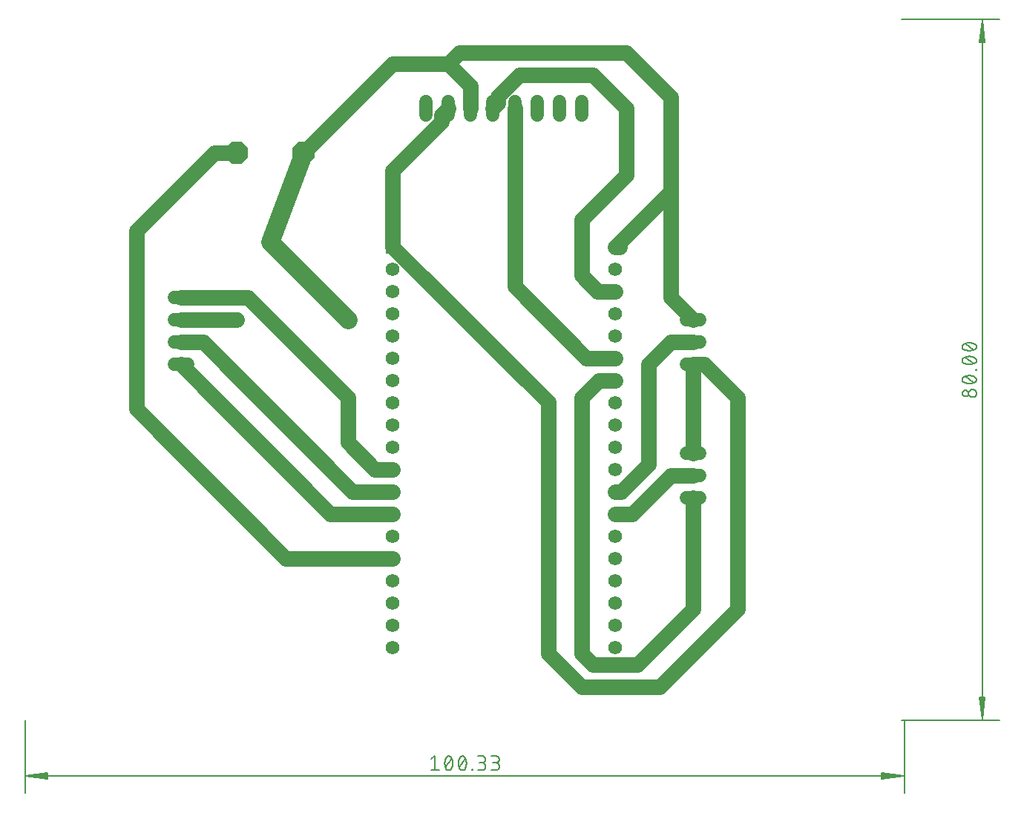
<source format=gbr>
G04 EAGLE Gerber RS-274X export*
G75*
%MOMM*%
%FSLAX34Y34*%
%LPD*%
%INTop Copper*%
%IPPOS*%
%AMOC8*
5,1,8,0,0,1.08239X$1,22.5*%
G01*
%ADD10C,0.130000*%
%ADD11C,0.152400*%
%ADD12R,1.560000X1.560000*%
%ADD13C,1.560000*%
%ADD14C,1.508000*%
%ADD15P,1.814519X8X22.500000*%
%ADD16P,2.749271X8X202.500000*%
%ADD17C,1.752600*%
%ADD18C,2.159000*%


D10*
X0Y0D02*
X0Y-83000D01*
X1003300Y-83000D02*
X1003300Y0D01*
X1002650Y-63500D02*
X650Y-63500D01*
X26000Y-60308D01*
X26000Y-66692D01*
X650Y-63500D01*
X26000Y-62200D01*
X26000Y-64800D02*
X650Y-63500D01*
X26000Y-60900D01*
X26000Y-66100D02*
X650Y-63500D01*
X977300Y-60308D02*
X1002650Y-63500D01*
X977300Y-60308D02*
X977300Y-66692D01*
X1002650Y-63500D01*
X977300Y-62200D01*
X977300Y-64800D02*
X1002650Y-63500D01*
X977300Y-60900D01*
X977300Y-66100D02*
X1002650Y-63500D01*
D11*
X467921Y-40737D02*
X463406Y-44349D01*
X467921Y-40737D02*
X467921Y-56993D01*
X463406Y-56993D02*
X472437Y-56993D01*
X479037Y-48865D02*
X479041Y-48545D01*
X479052Y-48226D01*
X479071Y-47906D01*
X479098Y-47588D01*
X479132Y-47270D01*
X479174Y-46953D01*
X479224Y-46637D01*
X479281Y-46322D01*
X479345Y-46009D01*
X479417Y-45697D01*
X479496Y-45387D01*
X479583Y-45080D01*
X479677Y-44774D01*
X479778Y-44471D01*
X479887Y-44170D01*
X480002Y-43872D01*
X480125Y-43576D01*
X480255Y-43284D01*
X480392Y-42995D01*
X480393Y-42994D02*
X480432Y-42886D01*
X480475Y-42779D01*
X480521Y-42674D01*
X480571Y-42571D01*
X480625Y-42469D01*
X480682Y-42369D01*
X480743Y-42271D01*
X480807Y-42175D01*
X480874Y-42082D01*
X480944Y-41991D01*
X481018Y-41902D01*
X481094Y-41816D01*
X481174Y-41733D01*
X481256Y-41652D01*
X481341Y-41574D01*
X481428Y-41500D01*
X481519Y-41428D01*
X481611Y-41359D01*
X481706Y-41294D01*
X481803Y-41232D01*
X481902Y-41173D01*
X482003Y-41118D01*
X482106Y-41067D01*
X482211Y-41019D01*
X482317Y-40974D01*
X482424Y-40933D01*
X482533Y-40896D01*
X482644Y-40863D01*
X482755Y-40834D01*
X482867Y-40808D01*
X482980Y-40786D01*
X483094Y-40769D01*
X483208Y-40755D01*
X483323Y-40745D01*
X483438Y-40739D01*
X483553Y-40737D01*
X483668Y-40739D01*
X483783Y-40745D01*
X483898Y-40755D01*
X484012Y-40769D01*
X484126Y-40786D01*
X484239Y-40808D01*
X484351Y-40834D01*
X484463Y-40863D01*
X484573Y-40896D01*
X484682Y-40933D01*
X484790Y-40974D01*
X484896Y-41019D01*
X485001Y-41067D01*
X485103Y-41118D01*
X485205Y-41174D01*
X485304Y-41232D01*
X485401Y-41294D01*
X485496Y-41360D01*
X485588Y-41428D01*
X485678Y-41500D01*
X485766Y-41574D01*
X485851Y-41652D01*
X485933Y-41733D01*
X486012Y-41816D01*
X486089Y-41902D01*
X486162Y-41991D01*
X486233Y-42082D01*
X486300Y-42176D01*
X486364Y-42271D01*
X486425Y-42369D01*
X486482Y-42469D01*
X486535Y-42571D01*
X486586Y-42675D01*
X486632Y-42780D01*
X486675Y-42887D01*
X486714Y-42995D01*
X486713Y-42995D02*
X486850Y-43284D01*
X486980Y-43576D01*
X487103Y-43872D01*
X487218Y-44170D01*
X487327Y-44471D01*
X487428Y-44774D01*
X487522Y-45080D01*
X487609Y-45387D01*
X487688Y-45697D01*
X487760Y-46009D01*
X487824Y-46322D01*
X487881Y-46637D01*
X487931Y-46953D01*
X487973Y-47270D01*
X488007Y-47588D01*
X488034Y-47906D01*
X488053Y-48226D01*
X488064Y-48545D01*
X488068Y-48865D01*
X479038Y-48865D02*
X479042Y-49185D01*
X479053Y-49504D01*
X479072Y-49824D01*
X479099Y-50142D01*
X479133Y-50460D01*
X479175Y-50777D01*
X479225Y-51093D01*
X479282Y-51408D01*
X479346Y-51721D01*
X479418Y-52033D01*
X479497Y-52343D01*
X479584Y-52650D01*
X479678Y-52956D01*
X479779Y-53259D01*
X479888Y-53560D01*
X480003Y-53858D01*
X480126Y-54154D01*
X480256Y-54446D01*
X480393Y-54735D01*
X480392Y-54736D02*
X480431Y-54844D01*
X480474Y-54951D01*
X480520Y-55056D01*
X480571Y-55160D01*
X480624Y-55262D01*
X480681Y-55362D01*
X480742Y-55460D01*
X480806Y-55555D01*
X480873Y-55649D01*
X480944Y-55740D01*
X481017Y-55829D01*
X481094Y-55915D01*
X481173Y-55998D01*
X481255Y-56079D01*
X481340Y-56157D01*
X481428Y-56231D01*
X481518Y-56303D01*
X481611Y-56372D01*
X481705Y-56437D01*
X481802Y-56499D01*
X481902Y-56557D01*
X482003Y-56613D01*
X482105Y-56664D01*
X482210Y-56712D01*
X482316Y-56757D01*
X482424Y-56798D01*
X482533Y-56835D01*
X482643Y-56868D01*
X482755Y-56897D01*
X482867Y-56923D01*
X482980Y-56945D01*
X483094Y-56962D01*
X483208Y-56976D01*
X483323Y-56986D01*
X483438Y-56992D01*
X483553Y-56994D01*
X486713Y-54735D02*
X486850Y-54446D01*
X486980Y-54154D01*
X487103Y-53858D01*
X487218Y-53560D01*
X487327Y-53259D01*
X487428Y-52956D01*
X487522Y-52650D01*
X487609Y-52343D01*
X487688Y-52033D01*
X487760Y-51721D01*
X487824Y-51408D01*
X487881Y-51093D01*
X487931Y-50777D01*
X487973Y-50460D01*
X488007Y-50142D01*
X488034Y-49824D01*
X488053Y-49504D01*
X488064Y-49185D01*
X488068Y-48865D01*
X486714Y-54735D02*
X486675Y-54843D01*
X486632Y-54950D01*
X486586Y-55055D01*
X486535Y-55159D01*
X486482Y-55261D01*
X486425Y-55361D01*
X486364Y-55459D01*
X486300Y-55554D01*
X486233Y-55648D01*
X486162Y-55739D01*
X486089Y-55828D01*
X486012Y-55914D01*
X485933Y-55997D01*
X485851Y-56078D01*
X485766Y-56156D01*
X485678Y-56230D01*
X485588Y-56302D01*
X485495Y-56371D01*
X485401Y-56436D01*
X485304Y-56498D01*
X485204Y-56556D01*
X485103Y-56612D01*
X485000Y-56663D01*
X484896Y-56711D01*
X484790Y-56756D01*
X484682Y-56797D01*
X484573Y-56834D01*
X484463Y-56867D01*
X484351Y-56896D01*
X484239Y-56922D01*
X484126Y-56944D01*
X484012Y-56961D01*
X483898Y-56975D01*
X483783Y-56985D01*
X483668Y-56991D01*
X483553Y-56993D01*
X479940Y-53381D02*
X487165Y-44349D01*
X494669Y-48865D02*
X494673Y-48545D01*
X494684Y-48226D01*
X494703Y-47906D01*
X494730Y-47588D01*
X494764Y-47270D01*
X494806Y-46953D01*
X494856Y-46637D01*
X494913Y-46322D01*
X494977Y-46009D01*
X495049Y-45697D01*
X495128Y-45387D01*
X495215Y-45080D01*
X495309Y-44774D01*
X495410Y-44471D01*
X495519Y-44170D01*
X495634Y-43872D01*
X495757Y-43576D01*
X495887Y-43284D01*
X496024Y-42995D01*
X496024Y-42994D02*
X496063Y-42886D01*
X496106Y-42779D01*
X496152Y-42674D01*
X496202Y-42571D01*
X496256Y-42469D01*
X496313Y-42369D01*
X496374Y-42271D01*
X496438Y-42175D01*
X496505Y-42082D01*
X496575Y-41991D01*
X496649Y-41902D01*
X496725Y-41816D01*
X496805Y-41733D01*
X496887Y-41652D01*
X496972Y-41574D01*
X497059Y-41500D01*
X497150Y-41428D01*
X497242Y-41359D01*
X497337Y-41294D01*
X497434Y-41232D01*
X497533Y-41173D01*
X497634Y-41118D01*
X497737Y-41067D01*
X497842Y-41019D01*
X497948Y-40974D01*
X498055Y-40933D01*
X498164Y-40896D01*
X498275Y-40863D01*
X498386Y-40834D01*
X498498Y-40808D01*
X498611Y-40786D01*
X498725Y-40769D01*
X498839Y-40755D01*
X498954Y-40745D01*
X499069Y-40739D01*
X499184Y-40737D01*
X499299Y-40739D01*
X499414Y-40745D01*
X499529Y-40755D01*
X499643Y-40769D01*
X499757Y-40786D01*
X499870Y-40808D01*
X499982Y-40834D01*
X500094Y-40863D01*
X500204Y-40896D01*
X500313Y-40933D01*
X500421Y-40974D01*
X500527Y-41019D01*
X500632Y-41067D01*
X500734Y-41118D01*
X500836Y-41174D01*
X500935Y-41232D01*
X501032Y-41294D01*
X501127Y-41360D01*
X501219Y-41428D01*
X501309Y-41500D01*
X501397Y-41574D01*
X501482Y-41652D01*
X501564Y-41733D01*
X501643Y-41816D01*
X501720Y-41902D01*
X501793Y-41991D01*
X501864Y-42082D01*
X501931Y-42176D01*
X501995Y-42271D01*
X502056Y-42369D01*
X502113Y-42469D01*
X502166Y-42571D01*
X502217Y-42675D01*
X502263Y-42780D01*
X502306Y-42887D01*
X502345Y-42995D01*
X502344Y-42995D02*
X502481Y-43284D01*
X502611Y-43576D01*
X502734Y-43872D01*
X502849Y-44170D01*
X502958Y-44471D01*
X503059Y-44774D01*
X503153Y-45080D01*
X503240Y-45387D01*
X503319Y-45697D01*
X503391Y-46009D01*
X503455Y-46322D01*
X503512Y-46637D01*
X503562Y-46953D01*
X503604Y-47270D01*
X503638Y-47588D01*
X503665Y-47906D01*
X503684Y-48226D01*
X503695Y-48545D01*
X503699Y-48865D01*
X494669Y-48865D02*
X494673Y-49185D01*
X494684Y-49504D01*
X494703Y-49824D01*
X494730Y-50142D01*
X494764Y-50460D01*
X494806Y-50777D01*
X494856Y-51093D01*
X494913Y-51408D01*
X494977Y-51721D01*
X495049Y-52033D01*
X495128Y-52343D01*
X495215Y-52650D01*
X495309Y-52956D01*
X495410Y-53259D01*
X495519Y-53560D01*
X495634Y-53858D01*
X495757Y-54154D01*
X495887Y-54446D01*
X496024Y-54735D01*
X496023Y-54736D02*
X496062Y-54844D01*
X496105Y-54951D01*
X496151Y-55056D01*
X496202Y-55160D01*
X496255Y-55262D01*
X496312Y-55362D01*
X496373Y-55460D01*
X496437Y-55555D01*
X496504Y-55649D01*
X496575Y-55740D01*
X496648Y-55829D01*
X496725Y-55915D01*
X496804Y-55998D01*
X496886Y-56079D01*
X496971Y-56157D01*
X497059Y-56231D01*
X497149Y-56303D01*
X497242Y-56372D01*
X497336Y-56437D01*
X497433Y-56499D01*
X497533Y-56557D01*
X497634Y-56613D01*
X497736Y-56664D01*
X497841Y-56712D01*
X497947Y-56757D01*
X498055Y-56798D01*
X498164Y-56835D01*
X498274Y-56868D01*
X498386Y-56897D01*
X498498Y-56923D01*
X498611Y-56945D01*
X498725Y-56962D01*
X498839Y-56976D01*
X498954Y-56986D01*
X499069Y-56992D01*
X499184Y-56994D01*
X502344Y-54735D02*
X502481Y-54446D01*
X502611Y-54154D01*
X502734Y-53858D01*
X502849Y-53560D01*
X502958Y-53259D01*
X503059Y-52956D01*
X503153Y-52650D01*
X503240Y-52343D01*
X503319Y-52033D01*
X503391Y-51721D01*
X503455Y-51408D01*
X503512Y-51093D01*
X503562Y-50777D01*
X503604Y-50460D01*
X503638Y-50142D01*
X503665Y-49824D01*
X503684Y-49504D01*
X503695Y-49185D01*
X503699Y-48865D01*
X502345Y-54735D02*
X502306Y-54843D01*
X502263Y-54950D01*
X502217Y-55055D01*
X502166Y-55159D01*
X502113Y-55261D01*
X502056Y-55361D01*
X501995Y-55459D01*
X501931Y-55554D01*
X501864Y-55648D01*
X501793Y-55739D01*
X501720Y-55828D01*
X501643Y-55914D01*
X501564Y-55997D01*
X501482Y-56078D01*
X501397Y-56156D01*
X501309Y-56230D01*
X501219Y-56302D01*
X501126Y-56371D01*
X501032Y-56436D01*
X500935Y-56498D01*
X500835Y-56556D01*
X500734Y-56612D01*
X500631Y-56663D01*
X500527Y-56711D01*
X500421Y-56756D01*
X500313Y-56797D01*
X500204Y-56834D01*
X500094Y-56867D01*
X499982Y-56896D01*
X499870Y-56922D01*
X499757Y-56944D01*
X499643Y-56961D01*
X499529Y-56975D01*
X499414Y-56985D01*
X499299Y-56991D01*
X499184Y-56993D01*
X495571Y-53381D02*
X502796Y-44349D01*
X509674Y-56090D02*
X509674Y-56993D01*
X509674Y-56090D02*
X510577Y-56090D01*
X510577Y-56993D01*
X509674Y-56993D01*
X516552Y-56993D02*
X521068Y-56993D01*
X521201Y-56991D01*
X521333Y-56985D01*
X521465Y-56975D01*
X521597Y-56962D01*
X521729Y-56944D01*
X521859Y-56923D01*
X521990Y-56898D01*
X522119Y-56869D01*
X522247Y-56836D01*
X522375Y-56800D01*
X522501Y-56760D01*
X522626Y-56716D01*
X522750Y-56668D01*
X522872Y-56617D01*
X522993Y-56562D01*
X523112Y-56504D01*
X523230Y-56442D01*
X523345Y-56377D01*
X523459Y-56308D01*
X523570Y-56237D01*
X523679Y-56161D01*
X523786Y-56083D01*
X523891Y-56002D01*
X523993Y-55917D01*
X524093Y-55830D01*
X524190Y-55740D01*
X524285Y-55647D01*
X524376Y-55551D01*
X524465Y-55453D01*
X524551Y-55352D01*
X524634Y-55248D01*
X524714Y-55142D01*
X524790Y-55034D01*
X524864Y-54924D01*
X524934Y-54811D01*
X525001Y-54697D01*
X525064Y-54580D01*
X525124Y-54462D01*
X525181Y-54342D01*
X525234Y-54220D01*
X525283Y-54097D01*
X525329Y-53973D01*
X525371Y-53847D01*
X525409Y-53720D01*
X525444Y-53592D01*
X525475Y-53463D01*
X525502Y-53334D01*
X525525Y-53203D01*
X525545Y-53072D01*
X525560Y-52940D01*
X525572Y-52808D01*
X525580Y-52676D01*
X525584Y-52543D01*
X525584Y-52411D01*
X525580Y-52278D01*
X525572Y-52146D01*
X525560Y-52014D01*
X525545Y-51882D01*
X525525Y-51751D01*
X525502Y-51620D01*
X525475Y-51491D01*
X525444Y-51362D01*
X525409Y-51234D01*
X525371Y-51107D01*
X525329Y-50981D01*
X525283Y-50857D01*
X525234Y-50734D01*
X525181Y-50612D01*
X525124Y-50492D01*
X525064Y-50374D01*
X525001Y-50257D01*
X524934Y-50143D01*
X524864Y-50030D01*
X524790Y-49920D01*
X524714Y-49812D01*
X524634Y-49706D01*
X524551Y-49602D01*
X524465Y-49501D01*
X524376Y-49403D01*
X524285Y-49307D01*
X524190Y-49214D01*
X524093Y-49124D01*
X523993Y-49037D01*
X523891Y-48952D01*
X523786Y-48871D01*
X523679Y-48793D01*
X523570Y-48717D01*
X523459Y-48646D01*
X523345Y-48577D01*
X523230Y-48512D01*
X523112Y-48450D01*
X522993Y-48392D01*
X522872Y-48337D01*
X522750Y-48286D01*
X522626Y-48238D01*
X522501Y-48194D01*
X522375Y-48154D01*
X522247Y-48118D01*
X522119Y-48085D01*
X521990Y-48056D01*
X521859Y-48031D01*
X521729Y-48010D01*
X521597Y-47992D01*
X521465Y-47979D01*
X521333Y-47969D01*
X521201Y-47963D01*
X521068Y-47961D01*
X521971Y-40737D02*
X516552Y-40737D01*
X521971Y-40737D02*
X522090Y-40739D01*
X522210Y-40745D01*
X522329Y-40755D01*
X522447Y-40769D01*
X522566Y-40786D01*
X522683Y-40808D01*
X522800Y-40833D01*
X522915Y-40863D01*
X523030Y-40896D01*
X523144Y-40933D01*
X523256Y-40973D01*
X523367Y-41018D01*
X523476Y-41066D01*
X523584Y-41117D01*
X523690Y-41172D01*
X523794Y-41231D01*
X523896Y-41293D01*
X523996Y-41358D01*
X524094Y-41427D01*
X524190Y-41499D01*
X524283Y-41574D01*
X524373Y-41651D01*
X524461Y-41732D01*
X524546Y-41816D01*
X524628Y-41903D01*
X524708Y-41992D01*
X524784Y-42084D01*
X524858Y-42178D01*
X524928Y-42275D01*
X524995Y-42373D01*
X525059Y-42474D01*
X525119Y-42578D01*
X525176Y-42683D01*
X525229Y-42790D01*
X525279Y-42898D01*
X525325Y-43008D01*
X525367Y-43120D01*
X525406Y-43233D01*
X525441Y-43347D01*
X525472Y-43462D01*
X525500Y-43579D01*
X525523Y-43696D01*
X525543Y-43813D01*
X525559Y-43932D01*
X525571Y-44051D01*
X525579Y-44170D01*
X525583Y-44289D01*
X525583Y-44409D01*
X525579Y-44528D01*
X525571Y-44647D01*
X525559Y-44766D01*
X525543Y-44885D01*
X525523Y-45002D01*
X525500Y-45119D01*
X525472Y-45236D01*
X525441Y-45351D01*
X525406Y-45465D01*
X525367Y-45578D01*
X525325Y-45690D01*
X525279Y-45800D01*
X525229Y-45908D01*
X525176Y-46015D01*
X525119Y-46120D01*
X525059Y-46224D01*
X524995Y-46325D01*
X524928Y-46423D01*
X524858Y-46520D01*
X524784Y-46614D01*
X524708Y-46706D01*
X524628Y-46795D01*
X524546Y-46882D01*
X524461Y-46966D01*
X524373Y-47047D01*
X524283Y-47124D01*
X524190Y-47199D01*
X524094Y-47271D01*
X523996Y-47340D01*
X523896Y-47405D01*
X523794Y-47467D01*
X523690Y-47526D01*
X523584Y-47581D01*
X523476Y-47632D01*
X523367Y-47680D01*
X523256Y-47725D01*
X523144Y-47765D01*
X523030Y-47802D01*
X522915Y-47835D01*
X522800Y-47865D01*
X522683Y-47890D01*
X522566Y-47912D01*
X522447Y-47929D01*
X522329Y-47943D01*
X522210Y-47953D01*
X522090Y-47959D01*
X521971Y-47961D01*
X521971Y-47962D02*
X518358Y-47962D01*
X532183Y-56993D02*
X536699Y-56993D01*
X536832Y-56991D01*
X536964Y-56985D01*
X537096Y-56975D01*
X537228Y-56962D01*
X537360Y-56944D01*
X537490Y-56923D01*
X537621Y-56898D01*
X537750Y-56869D01*
X537878Y-56836D01*
X538006Y-56800D01*
X538132Y-56760D01*
X538257Y-56716D01*
X538381Y-56668D01*
X538503Y-56617D01*
X538624Y-56562D01*
X538743Y-56504D01*
X538861Y-56442D01*
X538976Y-56377D01*
X539090Y-56308D01*
X539201Y-56237D01*
X539310Y-56161D01*
X539417Y-56083D01*
X539522Y-56002D01*
X539624Y-55917D01*
X539724Y-55830D01*
X539821Y-55740D01*
X539916Y-55647D01*
X540007Y-55551D01*
X540096Y-55453D01*
X540182Y-55352D01*
X540265Y-55248D01*
X540345Y-55142D01*
X540421Y-55034D01*
X540495Y-54924D01*
X540565Y-54811D01*
X540632Y-54697D01*
X540695Y-54580D01*
X540755Y-54462D01*
X540812Y-54342D01*
X540865Y-54220D01*
X540914Y-54097D01*
X540960Y-53973D01*
X541002Y-53847D01*
X541040Y-53720D01*
X541075Y-53592D01*
X541106Y-53463D01*
X541133Y-53334D01*
X541156Y-53203D01*
X541176Y-53072D01*
X541191Y-52940D01*
X541203Y-52808D01*
X541211Y-52676D01*
X541215Y-52543D01*
X541215Y-52411D01*
X541211Y-52278D01*
X541203Y-52146D01*
X541191Y-52014D01*
X541176Y-51882D01*
X541156Y-51751D01*
X541133Y-51620D01*
X541106Y-51491D01*
X541075Y-51362D01*
X541040Y-51234D01*
X541002Y-51107D01*
X540960Y-50981D01*
X540914Y-50857D01*
X540865Y-50734D01*
X540812Y-50612D01*
X540755Y-50492D01*
X540695Y-50374D01*
X540632Y-50257D01*
X540565Y-50143D01*
X540495Y-50030D01*
X540421Y-49920D01*
X540345Y-49812D01*
X540265Y-49706D01*
X540182Y-49602D01*
X540096Y-49501D01*
X540007Y-49403D01*
X539916Y-49307D01*
X539821Y-49214D01*
X539724Y-49124D01*
X539624Y-49037D01*
X539522Y-48952D01*
X539417Y-48871D01*
X539310Y-48793D01*
X539201Y-48717D01*
X539090Y-48646D01*
X538976Y-48577D01*
X538861Y-48512D01*
X538743Y-48450D01*
X538624Y-48392D01*
X538503Y-48337D01*
X538381Y-48286D01*
X538257Y-48238D01*
X538132Y-48194D01*
X538006Y-48154D01*
X537878Y-48118D01*
X537750Y-48085D01*
X537621Y-48056D01*
X537490Y-48031D01*
X537360Y-48010D01*
X537228Y-47992D01*
X537096Y-47979D01*
X536964Y-47969D01*
X536832Y-47963D01*
X536699Y-47961D01*
X537602Y-40737D02*
X532183Y-40737D01*
X537602Y-40737D02*
X537721Y-40739D01*
X537841Y-40745D01*
X537960Y-40755D01*
X538078Y-40769D01*
X538197Y-40786D01*
X538314Y-40808D01*
X538431Y-40833D01*
X538546Y-40863D01*
X538661Y-40896D01*
X538775Y-40933D01*
X538887Y-40973D01*
X538998Y-41018D01*
X539107Y-41066D01*
X539215Y-41117D01*
X539321Y-41172D01*
X539425Y-41231D01*
X539527Y-41293D01*
X539627Y-41358D01*
X539725Y-41427D01*
X539821Y-41499D01*
X539914Y-41574D01*
X540004Y-41651D01*
X540092Y-41732D01*
X540177Y-41816D01*
X540259Y-41903D01*
X540339Y-41992D01*
X540415Y-42084D01*
X540489Y-42178D01*
X540559Y-42275D01*
X540626Y-42373D01*
X540690Y-42474D01*
X540750Y-42578D01*
X540807Y-42683D01*
X540860Y-42790D01*
X540910Y-42898D01*
X540956Y-43008D01*
X540998Y-43120D01*
X541037Y-43233D01*
X541072Y-43347D01*
X541103Y-43462D01*
X541131Y-43579D01*
X541154Y-43696D01*
X541174Y-43813D01*
X541190Y-43932D01*
X541202Y-44051D01*
X541210Y-44170D01*
X541214Y-44289D01*
X541214Y-44409D01*
X541210Y-44528D01*
X541202Y-44647D01*
X541190Y-44766D01*
X541174Y-44885D01*
X541154Y-45002D01*
X541131Y-45119D01*
X541103Y-45236D01*
X541072Y-45351D01*
X541037Y-45465D01*
X540998Y-45578D01*
X540956Y-45690D01*
X540910Y-45800D01*
X540860Y-45908D01*
X540807Y-46015D01*
X540750Y-46120D01*
X540690Y-46224D01*
X540626Y-46325D01*
X540559Y-46423D01*
X540489Y-46520D01*
X540415Y-46614D01*
X540339Y-46706D01*
X540259Y-46795D01*
X540177Y-46882D01*
X540092Y-46966D01*
X540004Y-47047D01*
X539914Y-47124D01*
X539821Y-47199D01*
X539725Y-47271D01*
X539627Y-47340D01*
X539527Y-47405D01*
X539425Y-47467D01*
X539321Y-47526D01*
X539215Y-47581D01*
X539107Y-47632D01*
X538998Y-47680D01*
X538887Y-47725D01*
X538775Y-47765D01*
X538661Y-47802D01*
X538546Y-47835D01*
X538431Y-47865D01*
X538314Y-47890D01*
X538197Y-47912D01*
X538078Y-47929D01*
X537960Y-47943D01*
X537841Y-47953D01*
X537721Y-47959D01*
X537602Y-47961D01*
X537602Y-47962D02*
X533990Y-47962D01*
D10*
X1000000Y0D02*
X1111700Y0D01*
X1111700Y800000D02*
X1000000Y800000D01*
X1092200Y799350D02*
X1092200Y650D01*
X1089008Y26000D01*
X1095392Y26000D01*
X1092200Y650D01*
X1090900Y26000D01*
X1093500Y26000D02*
X1092200Y650D01*
X1089600Y26000D01*
X1094800Y26000D02*
X1092200Y650D01*
X1089008Y774000D02*
X1092200Y799350D01*
X1089008Y774000D02*
X1095392Y774000D01*
X1092200Y799350D01*
X1090900Y774000D01*
X1093500Y774000D02*
X1092200Y799350D01*
X1089600Y774000D01*
X1094800Y774000D02*
X1092200Y799350D01*
D11*
X1081177Y377884D02*
X1081044Y377882D01*
X1080912Y377876D01*
X1080780Y377866D01*
X1080648Y377853D01*
X1080516Y377835D01*
X1080386Y377814D01*
X1080255Y377789D01*
X1080126Y377760D01*
X1079998Y377727D01*
X1079870Y377691D01*
X1079744Y377651D01*
X1079619Y377607D01*
X1079495Y377559D01*
X1079373Y377508D01*
X1079252Y377453D01*
X1079133Y377395D01*
X1079015Y377333D01*
X1078900Y377268D01*
X1078786Y377199D01*
X1078675Y377128D01*
X1078566Y377052D01*
X1078459Y376974D01*
X1078354Y376893D01*
X1078252Y376808D01*
X1078152Y376721D01*
X1078055Y376631D01*
X1077960Y376538D01*
X1077869Y376442D01*
X1077780Y376344D01*
X1077694Y376243D01*
X1077611Y376139D01*
X1077531Y376033D01*
X1077455Y375925D01*
X1077381Y375815D01*
X1077311Y375702D01*
X1077244Y375588D01*
X1077181Y375471D01*
X1077121Y375353D01*
X1077064Y375233D01*
X1077011Y375111D01*
X1076962Y374988D01*
X1076916Y374864D01*
X1076874Y374738D01*
X1076836Y374611D01*
X1076801Y374483D01*
X1076770Y374354D01*
X1076743Y374225D01*
X1076720Y374094D01*
X1076700Y373963D01*
X1076685Y373831D01*
X1076673Y373699D01*
X1076665Y373567D01*
X1076661Y373434D01*
X1076661Y373302D01*
X1076665Y373169D01*
X1076673Y373037D01*
X1076685Y372905D01*
X1076700Y372773D01*
X1076720Y372642D01*
X1076743Y372511D01*
X1076770Y372382D01*
X1076801Y372253D01*
X1076836Y372125D01*
X1076874Y371998D01*
X1076916Y371872D01*
X1076962Y371748D01*
X1077011Y371625D01*
X1077064Y371503D01*
X1077121Y371383D01*
X1077181Y371265D01*
X1077244Y371148D01*
X1077311Y371034D01*
X1077381Y370921D01*
X1077455Y370811D01*
X1077531Y370703D01*
X1077611Y370597D01*
X1077694Y370493D01*
X1077780Y370392D01*
X1077869Y370294D01*
X1077960Y370198D01*
X1078055Y370105D01*
X1078152Y370015D01*
X1078252Y369928D01*
X1078354Y369843D01*
X1078459Y369762D01*
X1078566Y369684D01*
X1078675Y369608D01*
X1078786Y369537D01*
X1078900Y369468D01*
X1079015Y369403D01*
X1079133Y369341D01*
X1079252Y369283D01*
X1079373Y369228D01*
X1079495Y369177D01*
X1079619Y369129D01*
X1079744Y369085D01*
X1079870Y369045D01*
X1079998Y369009D01*
X1080126Y368976D01*
X1080255Y368947D01*
X1080386Y368922D01*
X1080516Y368901D01*
X1080648Y368883D01*
X1080780Y368870D01*
X1080912Y368860D01*
X1081044Y368854D01*
X1081177Y368852D01*
X1081310Y368854D01*
X1081442Y368860D01*
X1081574Y368870D01*
X1081706Y368883D01*
X1081838Y368901D01*
X1081968Y368922D01*
X1082099Y368947D01*
X1082228Y368976D01*
X1082356Y369009D01*
X1082484Y369045D01*
X1082610Y369085D01*
X1082735Y369129D01*
X1082859Y369177D01*
X1082981Y369228D01*
X1083102Y369283D01*
X1083221Y369341D01*
X1083339Y369403D01*
X1083454Y369468D01*
X1083568Y369537D01*
X1083679Y369608D01*
X1083788Y369684D01*
X1083895Y369762D01*
X1084000Y369843D01*
X1084102Y369928D01*
X1084202Y370015D01*
X1084299Y370105D01*
X1084394Y370198D01*
X1084485Y370294D01*
X1084574Y370392D01*
X1084660Y370493D01*
X1084743Y370597D01*
X1084823Y370703D01*
X1084899Y370811D01*
X1084973Y370921D01*
X1085043Y371034D01*
X1085110Y371148D01*
X1085173Y371265D01*
X1085233Y371383D01*
X1085290Y371503D01*
X1085343Y371625D01*
X1085392Y371748D01*
X1085438Y371872D01*
X1085480Y371998D01*
X1085518Y372125D01*
X1085553Y372253D01*
X1085584Y372382D01*
X1085611Y372511D01*
X1085634Y372642D01*
X1085654Y372773D01*
X1085669Y372905D01*
X1085681Y373037D01*
X1085689Y373169D01*
X1085693Y373302D01*
X1085693Y373434D01*
X1085689Y373567D01*
X1085681Y373699D01*
X1085669Y373831D01*
X1085654Y373963D01*
X1085634Y374094D01*
X1085611Y374225D01*
X1085584Y374354D01*
X1085553Y374483D01*
X1085518Y374611D01*
X1085480Y374738D01*
X1085438Y374864D01*
X1085392Y374988D01*
X1085343Y375111D01*
X1085290Y375233D01*
X1085233Y375353D01*
X1085173Y375471D01*
X1085110Y375588D01*
X1085043Y375702D01*
X1084973Y375815D01*
X1084899Y375925D01*
X1084823Y376033D01*
X1084743Y376139D01*
X1084660Y376243D01*
X1084574Y376344D01*
X1084485Y376442D01*
X1084394Y376538D01*
X1084299Y376631D01*
X1084202Y376721D01*
X1084102Y376808D01*
X1084000Y376893D01*
X1083895Y376974D01*
X1083788Y377052D01*
X1083679Y377128D01*
X1083568Y377199D01*
X1083454Y377268D01*
X1083339Y377333D01*
X1083221Y377395D01*
X1083102Y377453D01*
X1082981Y377508D01*
X1082859Y377559D01*
X1082735Y377607D01*
X1082610Y377651D01*
X1082484Y377691D01*
X1082356Y377727D01*
X1082228Y377760D01*
X1082099Y377789D01*
X1081968Y377814D01*
X1081838Y377835D01*
X1081706Y377853D01*
X1081574Y377866D01*
X1081442Y377876D01*
X1081310Y377882D01*
X1081177Y377884D01*
X1073049Y376980D02*
X1072930Y376978D01*
X1072810Y376972D01*
X1072691Y376962D01*
X1072573Y376948D01*
X1072454Y376931D01*
X1072337Y376909D01*
X1072220Y376884D01*
X1072105Y376854D01*
X1071990Y376821D01*
X1071876Y376784D01*
X1071764Y376744D01*
X1071653Y376699D01*
X1071544Y376651D01*
X1071436Y376600D01*
X1071330Y376545D01*
X1071226Y376486D01*
X1071124Y376424D01*
X1071024Y376359D01*
X1070926Y376290D01*
X1070830Y376218D01*
X1070737Y376143D01*
X1070647Y376066D01*
X1070559Y375985D01*
X1070474Y375901D01*
X1070392Y375814D01*
X1070312Y375725D01*
X1070236Y375633D01*
X1070162Y375539D01*
X1070092Y375442D01*
X1070025Y375344D01*
X1069961Y375243D01*
X1069901Y375139D01*
X1069844Y375034D01*
X1069791Y374927D01*
X1069741Y374819D01*
X1069695Y374709D01*
X1069653Y374597D01*
X1069614Y374484D01*
X1069579Y374370D01*
X1069548Y374255D01*
X1069520Y374138D01*
X1069497Y374021D01*
X1069477Y373904D01*
X1069461Y373785D01*
X1069449Y373666D01*
X1069441Y373547D01*
X1069437Y373428D01*
X1069437Y373308D01*
X1069441Y373189D01*
X1069449Y373070D01*
X1069461Y372951D01*
X1069477Y372832D01*
X1069497Y372715D01*
X1069520Y372598D01*
X1069548Y372481D01*
X1069579Y372366D01*
X1069614Y372252D01*
X1069653Y372139D01*
X1069695Y372027D01*
X1069741Y371917D01*
X1069791Y371809D01*
X1069844Y371702D01*
X1069901Y371597D01*
X1069961Y371493D01*
X1070025Y371392D01*
X1070092Y371294D01*
X1070162Y371197D01*
X1070236Y371103D01*
X1070312Y371011D01*
X1070392Y370922D01*
X1070474Y370835D01*
X1070559Y370751D01*
X1070647Y370670D01*
X1070737Y370593D01*
X1070830Y370518D01*
X1070926Y370446D01*
X1071024Y370377D01*
X1071124Y370312D01*
X1071226Y370250D01*
X1071330Y370191D01*
X1071436Y370136D01*
X1071544Y370085D01*
X1071653Y370037D01*
X1071764Y369992D01*
X1071876Y369952D01*
X1071990Y369915D01*
X1072105Y369882D01*
X1072220Y369852D01*
X1072337Y369827D01*
X1072454Y369805D01*
X1072573Y369788D01*
X1072691Y369774D01*
X1072810Y369764D01*
X1072930Y369758D01*
X1073049Y369756D01*
X1073168Y369758D01*
X1073288Y369764D01*
X1073407Y369774D01*
X1073525Y369788D01*
X1073644Y369805D01*
X1073761Y369827D01*
X1073878Y369852D01*
X1073993Y369882D01*
X1074108Y369915D01*
X1074222Y369952D01*
X1074334Y369992D01*
X1074445Y370037D01*
X1074554Y370085D01*
X1074662Y370136D01*
X1074768Y370191D01*
X1074872Y370250D01*
X1074974Y370312D01*
X1075074Y370377D01*
X1075172Y370446D01*
X1075268Y370518D01*
X1075361Y370593D01*
X1075451Y370670D01*
X1075539Y370751D01*
X1075624Y370835D01*
X1075706Y370922D01*
X1075786Y371011D01*
X1075862Y371103D01*
X1075936Y371197D01*
X1076006Y371294D01*
X1076073Y371392D01*
X1076137Y371493D01*
X1076197Y371597D01*
X1076254Y371702D01*
X1076307Y371809D01*
X1076357Y371917D01*
X1076403Y372027D01*
X1076445Y372139D01*
X1076484Y372252D01*
X1076519Y372366D01*
X1076550Y372481D01*
X1076578Y372598D01*
X1076601Y372715D01*
X1076621Y372832D01*
X1076637Y372951D01*
X1076649Y373070D01*
X1076657Y373189D01*
X1076661Y373308D01*
X1076661Y373428D01*
X1076657Y373547D01*
X1076649Y373666D01*
X1076637Y373785D01*
X1076621Y373904D01*
X1076601Y374021D01*
X1076578Y374138D01*
X1076550Y374255D01*
X1076519Y374370D01*
X1076484Y374484D01*
X1076445Y374597D01*
X1076403Y374709D01*
X1076357Y374819D01*
X1076307Y374927D01*
X1076254Y375034D01*
X1076197Y375139D01*
X1076137Y375243D01*
X1076073Y375344D01*
X1076006Y375442D01*
X1075936Y375539D01*
X1075862Y375633D01*
X1075786Y375725D01*
X1075706Y375814D01*
X1075624Y375901D01*
X1075539Y375985D01*
X1075451Y376066D01*
X1075361Y376143D01*
X1075268Y376218D01*
X1075172Y376290D01*
X1075074Y376359D01*
X1074974Y376424D01*
X1074872Y376486D01*
X1074768Y376545D01*
X1074662Y376600D01*
X1074554Y376651D01*
X1074445Y376699D01*
X1074334Y376744D01*
X1074222Y376784D01*
X1074108Y376821D01*
X1073993Y376854D01*
X1073878Y376884D01*
X1073761Y376909D01*
X1073644Y376931D01*
X1073525Y376948D01*
X1073407Y376962D01*
X1073288Y376972D01*
X1073168Y376978D01*
X1073049Y376980D01*
X1077565Y384484D02*
X1077245Y384488D01*
X1076926Y384499D01*
X1076606Y384518D01*
X1076288Y384545D01*
X1075970Y384579D01*
X1075653Y384621D01*
X1075337Y384671D01*
X1075022Y384728D01*
X1074709Y384792D01*
X1074397Y384864D01*
X1074087Y384943D01*
X1073780Y385030D01*
X1073474Y385124D01*
X1073171Y385225D01*
X1072870Y385334D01*
X1072572Y385449D01*
X1072276Y385572D01*
X1071984Y385702D01*
X1071695Y385839D01*
X1071694Y385839D02*
X1071586Y385878D01*
X1071479Y385921D01*
X1071374Y385967D01*
X1071271Y386017D01*
X1071169Y386071D01*
X1071069Y386128D01*
X1070971Y386189D01*
X1070875Y386253D01*
X1070782Y386320D01*
X1070691Y386390D01*
X1070602Y386464D01*
X1070516Y386540D01*
X1070433Y386620D01*
X1070352Y386702D01*
X1070274Y386787D01*
X1070200Y386874D01*
X1070128Y386965D01*
X1070059Y387057D01*
X1069994Y387152D01*
X1069932Y387249D01*
X1069873Y387348D01*
X1069818Y387449D01*
X1069767Y387552D01*
X1069719Y387657D01*
X1069674Y387763D01*
X1069633Y387870D01*
X1069596Y387979D01*
X1069563Y388090D01*
X1069534Y388201D01*
X1069508Y388313D01*
X1069486Y388426D01*
X1069469Y388540D01*
X1069455Y388654D01*
X1069445Y388769D01*
X1069439Y388884D01*
X1069437Y388999D01*
X1069439Y389114D01*
X1069445Y389229D01*
X1069455Y389344D01*
X1069469Y389458D01*
X1069486Y389572D01*
X1069508Y389685D01*
X1069534Y389797D01*
X1069563Y389909D01*
X1069596Y390019D01*
X1069633Y390128D01*
X1069674Y390236D01*
X1069719Y390342D01*
X1069767Y390447D01*
X1069818Y390549D01*
X1069874Y390651D01*
X1069932Y390750D01*
X1069994Y390847D01*
X1070060Y390942D01*
X1070128Y391034D01*
X1070200Y391124D01*
X1070274Y391212D01*
X1070352Y391297D01*
X1070433Y391379D01*
X1070516Y391458D01*
X1070602Y391535D01*
X1070691Y391608D01*
X1070782Y391679D01*
X1070876Y391746D01*
X1070971Y391810D01*
X1071069Y391871D01*
X1071169Y391928D01*
X1071271Y391981D01*
X1071375Y392032D01*
X1071480Y392078D01*
X1071587Y392121D01*
X1071695Y392160D01*
X1071695Y392159D02*
X1071984Y392296D01*
X1072276Y392426D01*
X1072572Y392549D01*
X1072870Y392664D01*
X1073171Y392773D01*
X1073474Y392874D01*
X1073780Y392968D01*
X1074087Y393055D01*
X1074397Y393134D01*
X1074709Y393206D01*
X1075022Y393270D01*
X1075337Y393327D01*
X1075653Y393377D01*
X1075970Y393419D01*
X1076288Y393453D01*
X1076606Y393480D01*
X1076926Y393499D01*
X1077245Y393510D01*
X1077565Y393514D01*
X1077565Y384484D02*
X1077885Y384488D01*
X1078204Y384499D01*
X1078524Y384518D01*
X1078842Y384545D01*
X1079160Y384579D01*
X1079477Y384621D01*
X1079793Y384671D01*
X1080108Y384728D01*
X1080421Y384792D01*
X1080733Y384864D01*
X1081043Y384943D01*
X1081350Y385030D01*
X1081656Y385124D01*
X1081959Y385225D01*
X1082260Y385334D01*
X1082558Y385449D01*
X1082854Y385572D01*
X1083146Y385702D01*
X1083435Y385839D01*
X1083436Y385838D02*
X1083544Y385877D01*
X1083651Y385920D01*
X1083756Y385966D01*
X1083860Y386017D01*
X1083962Y386070D01*
X1084062Y386127D01*
X1084160Y386188D01*
X1084255Y386252D01*
X1084349Y386319D01*
X1084440Y386390D01*
X1084529Y386463D01*
X1084615Y386540D01*
X1084698Y386619D01*
X1084779Y386701D01*
X1084857Y386786D01*
X1084931Y386874D01*
X1085003Y386964D01*
X1085072Y387057D01*
X1085137Y387151D01*
X1085199Y387248D01*
X1085257Y387348D01*
X1085313Y387449D01*
X1085364Y387551D01*
X1085412Y387656D01*
X1085457Y387762D01*
X1085498Y387870D01*
X1085535Y387979D01*
X1085568Y388089D01*
X1085597Y388201D01*
X1085623Y388313D01*
X1085645Y388426D01*
X1085662Y388540D01*
X1085676Y388654D01*
X1085686Y388769D01*
X1085692Y388884D01*
X1085694Y388999D01*
X1083435Y392159D02*
X1083146Y392296D01*
X1082854Y392426D01*
X1082558Y392549D01*
X1082260Y392664D01*
X1081959Y392773D01*
X1081656Y392874D01*
X1081350Y392968D01*
X1081043Y393055D01*
X1080733Y393134D01*
X1080421Y393206D01*
X1080108Y393270D01*
X1079793Y393327D01*
X1079477Y393377D01*
X1079160Y393419D01*
X1078842Y393453D01*
X1078524Y393480D01*
X1078204Y393499D01*
X1077885Y393510D01*
X1077565Y393514D01*
X1083435Y392160D02*
X1083543Y392121D01*
X1083650Y392078D01*
X1083755Y392032D01*
X1083859Y391981D01*
X1083961Y391928D01*
X1084061Y391871D01*
X1084159Y391810D01*
X1084254Y391746D01*
X1084348Y391679D01*
X1084439Y391608D01*
X1084528Y391535D01*
X1084614Y391458D01*
X1084697Y391379D01*
X1084778Y391297D01*
X1084856Y391212D01*
X1084930Y391124D01*
X1085002Y391034D01*
X1085071Y390941D01*
X1085136Y390847D01*
X1085198Y390750D01*
X1085256Y390650D01*
X1085312Y390549D01*
X1085363Y390446D01*
X1085411Y390342D01*
X1085456Y390236D01*
X1085497Y390128D01*
X1085534Y390019D01*
X1085567Y389909D01*
X1085596Y389797D01*
X1085622Y389685D01*
X1085644Y389572D01*
X1085661Y389458D01*
X1085675Y389344D01*
X1085685Y389229D01*
X1085691Y389114D01*
X1085693Y388999D01*
X1082081Y385386D02*
X1073049Y392611D01*
X1084790Y399489D02*
X1085693Y399489D01*
X1084790Y399489D02*
X1084790Y400392D01*
X1085693Y400392D01*
X1085693Y399489D01*
X1077565Y406367D02*
X1077245Y406371D01*
X1076926Y406382D01*
X1076606Y406401D01*
X1076288Y406428D01*
X1075970Y406462D01*
X1075653Y406504D01*
X1075337Y406554D01*
X1075022Y406611D01*
X1074709Y406675D01*
X1074397Y406747D01*
X1074087Y406826D01*
X1073780Y406913D01*
X1073474Y407007D01*
X1073171Y407108D01*
X1072870Y407217D01*
X1072572Y407332D01*
X1072276Y407455D01*
X1071984Y407585D01*
X1071695Y407722D01*
X1071694Y407722D02*
X1071586Y407761D01*
X1071479Y407804D01*
X1071374Y407850D01*
X1071271Y407900D01*
X1071169Y407954D01*
X1071069Y408011D01*
X1070971Y408072D01*
X1070875Y408136D01*
X1070782Y408203D01*
X1070691Y408273D01*
X1070602Y408347D01*
X1070516Y408423D01*
X1070433Y408503D01*
X1070352Y408585D01*
X1070274Y408670D01*
X1070200Y408757D01*
X1070128Y408848D01*
X1070059Y408940D01*
X1069994Y409035D01*
X1069932Y409132D01*
X1069873Y409231D01*
X1069818Y409332D01*
X1069767Y409435D01*
X1069719Y409540D01*
X1069674Y409646D01*
X1069633Y409753D01*
X1069596Y409862D01*
X1069563Y409973D01*
X1069534Y410084D01*
X1069508Y410196D01*
X1069486Y410309D01*
X1069469Y410423D01*
X1069455Y410537D01*
X1069445Y410652D01*
X1069439Y410767D01*
X1069437Y410882D01*
X1069439Y410997D01*
X1069445Y411112D01*
X1069455Y411227D01*
X1069469Y411341D01*
X1069486Y411455D01*
X1069508Y411568D01*
X1069534Y411680D01*
X1069563Y411792D01*
X1069596Y411902D01*
X1069633Y412011D01*
X1069674Y412119D01*
X1069719Y412225D01*
X1069767Y412330D01*
X1069818Y412432D01*
X1069874Y412534D01*
X1069932Y412633D01*
X1069994Y412730D01*
X1070060Y412825D01*
X1070128Y412917D01*
X1070200Y413007D01*
X1070274Y413095D01*
X1070352Y413180D01*
X1070433Y413262D01*
X1070516Y413341D01*
X1070602Y413418D01*
X1070691Y413491D01*
X1070782Y413562D01*
X1070876Y413629D01*
X1070971Y413693D01*
X1071069Y413754D01*
X1071169Y413811D01*
X1071271Y413864D01*
X1071375Y413915D01*
X1071480Y413961D01*
X1071587Y414004D01*
X1071695Y414043D01*
X1071984Y414180D01*
X1072276Y414310D01*
X1072572Y414433D01*
X1072870Y414548D01*
X1073171Y414657D01*
X1073474Y414758D01*
X1073780Y414852D01*
X1074087Y414939D01*
X1074397Y415018D01*
X1074709Y415090D01*
X1075022Y415154D01*
X1075337Y415211D01*
X1075653Y415261D01*
X1075970Y415303D01*
X1076288Y415337D01*
X1076606Y415364D01*
X1076926Y415383D01*
X1077245Y415394D01*
X1077565Y415398D01*
X1077565Y406367D02*
X1077885Y406371D01*
X1078204Y406382D01*
X1078524Y406401D01*
X1078842Y406428D01*
X1079160Y406462D01*
X1079477Y406504D01*
X1079793Y406554D01*
X1080108Y406611D01*
X1080421Y406675D01*
X1080733Y406747D01*
X1081043Y406826D01*
X1081350Y406913D01*
X1081656Y407007D01*
X1081959Y407108D01*
X1082260Y407217D01*
X1082558Y407332D01*
X1082854Y407455D01*
X1083146Y407585D01*
X1083435Y407722D01*
X1083436Y407721D02*
X1083544Y407760D01*
X1083651Y407803D01*
X1083756Y407849D01*
X1083860Y407900D01*
X1083962Y407953D01*
X1084062Y408010D01*
X1084160Y408071D01*
X1084255Y408135D01*
X1084349Y408202D01*
X1084440Y408273D01*
X1084529Y408346D01*
X1084615Y408423D01*
X1084698Y408502D01*
X1084779Y408584D01*
X1084857Y408669D01*
X1084931Y408757D01*
X1085003Y408847D01*
X1085072Y408940D01*
X1085137Y409034D01*
X1085199Y409131D01*
X1085257Y409231D01*
X1085313Y409332D01*
X1085364Y409434D01*
X1085412Y409539D01*
X1085457Y409645D01*
X1085498Y409753D01*
X1085535Y409862D01*
X1085568Y409972D01*
X1085597Y410084D01*
X1085623Y410196D01*
X1085645Y410309D01*
X1085662Y410423D01*
X1085676Y410537D01*
X1085686Y410652D01*
X1085692Y410767D01*
X1085694Y410882D01*
X1083435Y414043D02*
X1083146Y414180D01*
X1082854Y414310D01*
X1082558Y414433D01*
X1082260Y414548D01*
X1081959Y414657D01*
X1081656Y414758D01*
X1081350Y414852D01*
X1081043Y414939D01*
X1080733Y415018D01*
X1080421Y415090D01*
X1080108Y415154D01*
X1079793Y415211D01*
X1079477Y415261D01*
X1079160Y415303D01*
X1078842Y415337D01*
X1078524Y415364D01*
X1078204Y415383D01*
X1077885Y415394D01*
X1077565Y415398D01*
X1083435Y414043D02*
X1083543Y414004D01*
X1083650Y413961D01*
X1083755Y413915D01*
X1083859Y413864D01*
X1083961Y413811D01*
X1084061Y413754D01*
X1084159Y413693D01*
X1084254Y413629D01*
X1084348Y413562D01*
X1084439Y413491D01*
X1084528Y413418D01*
X1084614Y413341D01*
X1084697Y413262D01*
X1084778Y413180D01*
X1084856Y413095D01*
X1084930Y413007D01*
X1085002Y412917D01*
X1085071Y412824D01*
X1085136Y412730D01*
X1085198Y412633D01*
X1085256Y412533D01*
X1085312Y412432D01*
X1085363Y412329D01*
X1085411Y412225D01*
X1085456Y412119D01*
X1085497Y412011D01*
X1085534Y411902D01*
X1085567Y411792D01*
X1085596Y411680D01*
X1085622Y411568D01*
X1085644Y411455D01*
X1085661Y411341D01*
X1085675Y411227D01*
X1085685Y411112D01*
X1085691Y410997D01*
X1085693Y410882D01*
X1082081Y407270D02*
X1073049Y414495D01*
X1077565Y421998D02*
X1077245Y422002D01*
X1076926Y422013D01*
X1076606Y422032D01*
X1076288Y422059D01*
X1075970Y422093D01*
X1075653Y422135D01*
X1075337Y422185D01*
X1075022Y422242D01*
X1074709Y422306D01*
X1074397Y422378D01*
X1074087Y422457D01*
X1073780Y422544D01*
X1073474Y422638D01*
X1073171Y422739D01*
X1072870Y422848D01*
X1072572Y422963D01*
X1072276Y423086D01*
X1071984Y423216D01*
X1071695Y423353D01*
X1071694Y423354D02*
X1071586Y423393D01*
X1071479Y423436D01*
X1071374Y423482D01*
X1071271Y423532D01*
X1071169Y423586D01*
X1071069Y423643D01*
X1070971Y423704D01*
X1070875Y423768D01*
X1070782Y423835D01*
X1070691Y423905D01*
X1070602Y423979D01*
X1070516Y424055D01*
X1070433Y424135D01*
X1070352Y424217D01*
X1070274Y424302D01*
X1070200Y424389D01*
X1070128Y424480D01*
X1070059Y424572D01*
X1069994Y424667D01*
X1069932Y424764D01*
X1069873Y424863D01*
X1069818Y424964D01*
X1069767Y425067D01*
X1069719Y425172D01*
X1069674Y425278D01*
X1069633Y425385D01*
X1069596Y425494D01*
X1069563Y425605D01*
X1069534Y425716D01*
X1069508Y425828D01*
X1069486Y425941D01*
X1069469Y426055D01*
X1069455Y426169D01*
X1069445Y426284D01*
X1069439Y426399D01*
X1069437Y426514D01*
X1069439Y426629D01*
X1069445Y426744D01*
X1069455Y426859D01*
X1069469Y426973D01*
X1069486Y427087D01*
X1069508Y427200D01*
X1069534Y427312D01*
X1069563Y427424D01*
X1069596Y427534D01*
X1069633Y427643D01*
X1069674Y427751D01*
X1069719Y427857D01*
X1069767Y427962D01*
X1069818Y428064D01*
X1069874Y428166D01*
X1069932Y428265D01*
X1069994Y428362D01*
X1070060Y428457D01*
X1070128Y428549D01*
X1070200Y428639D01*
X1070274Y428727D01*
X1070352Y428812D01*
X1070433Y428894D01*
X1070516Y428973D01*
X1070602Y429050D01*
X1070691Y429123D01*
X1070782Y429194D01*
X1070876Y429261D01*
X1070971Y429325D01*
X1071069Y429386D01*
X1071169Y429443D01*
X1071271Y429496D01*
X1071375Y429547D01*
X1071480Y429593D01*
X1071587Y429636D01*
X1071695Y429675D01*
X1071695Y429674D02*
X1071984Y429811D01*
X1072276Y429941D01*
X1072572Y430064D01*
X1072870Y430179D01*
X1073171Y430288D01*
X1073474Y430389D01*
X1073780Y430483D01*
X1074087Y430570D01*
X1074397Y430649D01*
X1074709Y430721D01*
X1075022Y430785D01*
X1075337Y430842D01*
X1075653Y430892D01*
X1075970Y430934D01*
X1076288Y430968D01*
X1076606Y430995D01*
X1076926Y431014D01*
X1077245Y431025D01*
X1077565Y431029D01*
X1077565Y421998D02*
X1077885Y422002D01*
X1078204Y422013D01*
X1078524Y422032D01*
X1078842Y422059D01*
X1079160Y422093D01*
X1079477Y422135D01*
X1079793Y422185D01*
X1080108Y422242D01*
X1080421Y422306D01*
X1080733Y422378D01*
X1081043Y422457D01*
X1081350Y422544D01*
X1081656Y422638D01*
X1081959Y422739D01*
X1082260Y422848D01*
X1082558Y422963D01*
X1082854Y423086D01*
X1083146Y423216D01*
X1083435Y423353D01*
X1083436Y423353D02*
X1083544Y423392D01*
X1083651Y423435D01*
X1083756Y423481D01*
X1083860Y423532D01*
X1083962Y423585D01*
X1084062Y423642D01*
X1084160Y423703D01*
X1084255Y423767D01*
X1084349Y423834D01*
X1084440Y423905D01*
X1084529Y423978D01*
X1084615Y424055D01*
X1084698Y424134D01*
X1084779Y424216D01*
X1084857Y424301D01*
X1084931Y424389D01*
X1085003Y424479D01*
X1085072Y424572D01*
X1085137Y424666D01*
X1085199Y424763D01*
X1085257Y424863D01*
X1085313Y424964D01*
X1085364Y425066D01*
X1085412Y425171D01*
X1085457Y425277D01*
X1085498Y425385D01*
X1085535Y425494D01*
X1085568Y425604D01*
X1085597Y425716D01*
X1085623Y425828D01*
X1085645Y425941D01*
X1085662Y426055D01*
X1085676Y426169D01*
X1085686Y426284D01*
X1085692Y426399D01*
X1085694Y426514D01*
X1083435Y429674D02*
X1083146Y429811D01*
X1082854Y429941D01*
X1082558Y430064D01*
X1082260Y430179D01*
X1081959Y430288D01*
X1081656Y430389D01*
X1081350Y430483D01*
X1081043Y430570D01*
X1080733Y430649D01*
X1080421Y430721D01*
X1080108Y430785D01*
X1079793Y430842D01*
X1079477Y430892D01*
X1079160Y430934D01*
X1078842Y430968D01*
X1078524Y430995D01*
X1078204Y431014D01*
X1077885Y431025D01*
X1077565Y431029D01*
X1083435Y429675D02*
X1083543Y429636D01*
X1083650Y429593D01*
X1083755Y429547D01*
X1083859Y429496D01*
X1083961Y429443D01*
X1084061Y429386D01*
X1084159Y429325D01*
X1084254Y429261D01*
X1084348Y429194D01*
X1084439Y429123D01*
X1084528Y429050D01*
X1084614Y428973D01*
X1084697Y428894D01*
X1084778Y428812D01*
X1084856Y428727D01*
X1084930Y428639D01*
X1085002Y428549D01*
X1085071Y428456D01*
X1085136Y428362D01*
X1085198Y428265D01*
X1085256Y428165D01*
X1085312Y428064D01*
X1085363Y427961D01*
X1085411Y427857D01*
X1085456Y427751D01*
X1085497Y427643D01*
X1085534Y427534D01*
X1085567Y427424D01*
X1085596Y427312D01*
X1085622Y427200D01*
X1085644Y427087D01*
X1085661Y426973D01*
X1085675Y426859D01*
X1085685Y426744D01*
X1085691Y426629D01*
X1085693Y426514D01*
X1082081Y422901D02*
X1073049Y430126D01*
D12*
X419100Y540500D03*
D13*
X419100Y515100D03*
X419100Y83300D03*
X419100Y489700D03*
X419100Y464300D03*
X419100Y438900D03*
X419100Y413500D03*
X419100Y388100D03*
X419100Y362700D03*
X419100Y337300D03*
X419100Y311900D03*
X419100Y286500D03*
X419100Y261100D03*
X419100Y235700D03*
X419100Y210300D03*
X419100Y184900D03*
X419100Y159500D03*
X419100Y134100D03*
X419100Y108700D03*
X673100Y540500D03*
X673100Y515100D03*
X673100Y489700D03*
X673100Y464300D03*
X673100Y438900D03*
X673100Y413500D03*
X673100Y388100D03*
X673100Y362700D03*
X673100Y337300D03*
X673100Y311900D03*
X673100Y286500D03*
X673100Y261100D03*
X673100Y235700D03*
X673100Y210300D03*
X673100Y184900D03*
X673100Y159500D03*
X673100Y134100D03*
X673100Y108700D03*
X673100Y83300D03*
D14*
X754460Y304800D02*
X769540Y304800D01*
X769540Y279400D02*
X754460Y279400D01*
X754460Y254000D02*
X769540Y254000D01*
X769540Y406400D02*
X754460Y406400D01*
X754460Y431800D02*
X769540Y431800D01*
X769540Y457200D02*
X754460Y457200D01*
X185340Y406400D02*
X170260Y406400D01*
X170260Y431800D02*
X185340Y431800D01*
X185340Y457200D02*
X170260Y457200D01*
X170260Y482600D02*
X185340Y482600D01*
X457200Y690960D02*
X457200Y706040D01*
X482600Y706040D02*
X482600Y690960D01*
X508000Y690960D02*
X508000Y706040D01*
X533400Y706040D02*
X533400Y690960D01*
X558800Y690960D02*
X558800Y706040D01*
X584200Y706040D02*
X584200Y690960D01*
X609600Y690960D02*
X609600Y706040D01*
X635000Y706040D02*
X635000Y690960D01*
D15*
X241300Y457200D03*
X368300Y457200D03*
D16*
X317500Y647700D03*
X241300Y647700D03*
D17*
X215900Y647700D01*
X127000Y558800D01*
X412000Y184900D02*
X419100Y184900D01*
X127000Y355600D02*
X127000Y558800D01*
X297700Y184900D02*
X419100Y184900D01*
X297700Y184900D02*
X127000Y355600D01*
D18*
X279400Y546100D02*
X368300Y457200D01*
X279400Y546100D02*
X317500Y647700D01*
D17*
X419100Y749300D01*
X482600Y749300D01*
X508000Y723900D01*
X508000Y698500D01*
X673100Y540500D02*
X736600Y604000D01*
X678700Y540500D02*
X673100Y540500D01*
X482600Y749300D02*
X495300Y762000D01*
X685800Y762000D01*
X736600Y711200D01*
X736600Y604000D01*
X736600Y482600D01*
X762000Y457200D01*
X762000Y254000D02*
X762000Y127000D01*
X698500Y63500D01*
X647700Y63500D01*
X635000Y76200D01*
X635000Y368300D01*
X654800Y388100D01*
X673100Y388100D01*
X774700Y406400D02*
X812800Y368300D01*
X774700Y406400D02*
X762000Y406400D01*
X475027Y690927D02*
X482600Y698500D01*
X475027Y690927D02*
X475027Y683576D01*
X419100Y627649D02*
X419100Y540500D01*
X419100Y627649D02*
X475027Y683576D01*
X419100Y540500D02*
X426413Y533187D01*
X426592Y533187D01*
X596900Y362879D01*
X596900Y76200D02*
X635000Y38100D01*
X723900Y38100D01*
X812800Y127000D02*
X812800Y368300D01*
X596900Y362879D02*
X596900Y76200D01*
X723900Y38100D02*
X812800Y127000D01*
X762000Y304800D02*
X762000Y406400D01*
X762000Y279400D02*
X736600Y279400D01*
X692900Y235700D02*
X673100Y235700D01*
X692900Y235700D02*
X736600Y279400D01*
X736600Y431800D02*
X762000Y431800D01*
X736600Y431800D02*
X711200Y406400D01*
X680200Y261100D02*
X673100Y261100D01*
X711200Y292100D02*
X711200Y406400D01*
X711200Y292100D02*
X680200Y261100D01*
X533400Y698500D02*
X539750Y704850D01*
X539750Y712201D01*
X564149Y736600D01*
X647700Y736600D02*
X685800Y698500D01*
X685800Y622300D01*
X635000Y571500D02*
X635000Y508000D01*
X653300Y489700D01*
X673100Y489700D01*
X647700Y736600D02*
X564149Y736600D01*
X685800Y622300D02*
X635000Y571500D01*
X558800Y495300D02*
X558800Y698500D01*
X640600Y413500D02*
X673100Y413500D01*
X640600Y413500D02*
X558800Y495300D01*
X368300Y368300D02*
X254000Y482600D01*
X368300Y368300D02*
X368300Y317500D01*
X399300Y286500D01*
X419100Y286500D01*
X254000Y482600D02*
X177800Y482600D01*
X177800Y457200D02*
X241300Y457200D01*
X203200Y431800D02*
X177800Y431800D01*
X203200Y431800D02*
X373900Y261100D01*
X419100Y261100D01*
X348500Y235700D02*
X177800Y406400D01*
X348500Y235700D02*
X419100Y235700D01*
M02*

</source>
